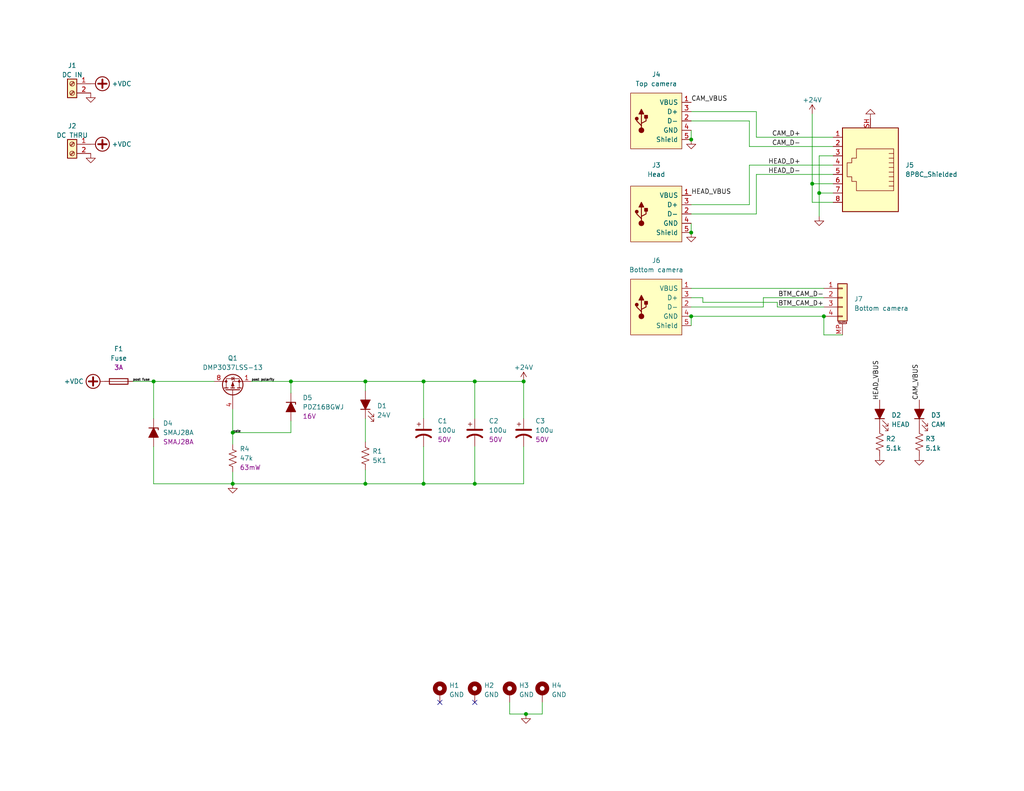
<source format=kicad_sch>
(kicad_sch (version 20211123) (generator eeschema)
  (paper "USLetter")
  (title_block (title "Jellyfish Tailboard") (date "2022-09-08") (rev "v1") (company "Winterbloom") (comment 1 "Alethea Flowers") (comment 2 "CERN-OHL-P V2") (comment 3 "jellyfish.wntr.dev"))
  (lib_symbols
    (symbol "Connector:8P8C_Shielded" (pin_names (offset 1.016))
      (property "Reference" "J" (at -5.08 13.97 0))
      (property "Value" "8P8C_Shielded" (at 2.54 13.97 0))
      (symbol "8P8C_Shielded_0_1"
        (polyline (pts (xy -5.08 4.445) (xy -6.35 4.445)))
        (polyline (pts (xy -5.08 5.715) (xy -6.35 5.715)))
        (polyline (pts (xy -6.35 -3.175) (xy -5.08 -3.175) (xy -5.08 -3.175)))
        (polyline (pts (xy -6.35 -1.905) (xy -5.08 -1.905) (xy -5.08 -1.905)))
        (polyline (pts (xy -6.35 -0.635) (xy -5.08 -0.635) (xy -5.08 -0.635)))
        (polyline (pts (xy -6.35 0.635) (xy -5.08 0.635) (xy -5.08 0.635)))
        (polyline (pts (xy -6.35 1.905) (xy -5.08 1.905) (xy -5.08 1.905)))
        (polyline (pts (xy -5.08 3.175) (xy -6.35 3.175) (xy -6.35 3.175)))
        (polyline (pts (xy -6.35 -4.445) (xy -6.35 6.985) (xy 3.81 6.985) (xy 3.81 4.445) (xy 5.08 4.445) (xy 5.08 3.175) (xy 6.35 3.175) (xy 6.35 -0.635) (xy 5.08 -0.635) (xy 5.08 -1.905) (xy 3.81 -1.905) (xy 3.81 -4.445) (xy -6.35 -4.445) (xy -6.35 -4.445)))
        (rectangle (start 7.62 12.7) (end -7.62 -10.16) (stroke (width 0.254)) (fill (type background)))
      )
      (symbol "8P8C_Shielded_1_1"
        (pin passive line (at 10.16 -7.62 180) (length 2.54) (name "~") (number "1"))
        (pin passive line (at 10.16 -5.08 180) (length 2.54) (name "~") (number "2"))
        (pin passive line (at 10.16 -2.54 180) (length 2.54) (name "~") (number "3"))
        (pin passive line (at 10.16 0 180) (length 2.54) (name "~") (number "4"))
        (pin passive line (at 10.16 2.54 180) (length 2.54) (name "~") (number "5"))
        (pin passive line (at 10.16 5.08 180) (length 2.54) (name "~") (number "6"))
        (pin passive line (at 10.16 7.62 180) (length 2.54) (name "~") (number "7"))
        (pin passive line (at 10.16 10.16 180) (length 2.54) (name "~") (number "8"))
        (pin passive line (at 0 -12.7 90) (length 2.54) (name "~") (number "SH"))
      )
    )
    (symbol "Connector:Screw_Terminal_01x02" (pin_names (offset 1.016) hide)
      (property "Reference" "J" (at 0 2.54 0))
      (property "Value" "Screw_Terminal_01x02" (at 0 -5.08 0))
      (symbol "Screw_Terminal_01x02_1_1"
        (rectangle (start -1.27 1.27) (end 1.27 -3.81) (stroke (width 0.254)) (fill (type background)))
        (circle (center 0 -2.54) (radius 0.635) (stroke (width 0.1524)))
        (polyline (pts (xy -0.5334 -2.2098) (xy 0.3302 -3.048)) (stroke (width 0.1524)))
        (polyline (pts (xy -0.5334 0.3302) (xy 0.3302 -0.508)) (stroke (width 0.1524)))
        (polyline (pts (xy -0.3556 -2.032) (xy 0.508 -2.8702)) (stroke (width 0.1524)))
        (polyline (pts (xy -0.3556 0.508) (xy 0.508 -0.3302)) (stroke (width 0.1524)))
        (circle (center 0 0) (radius 0.635) (stroke (width 0.1524)))
        (pin passive line (at -5.08 0 0) (length 3.81) (name "Pin_1") (number "1"))
        (pin passive line (at -5.08 -2.54 0) (length 3.81) (name "Pin_2") (number "2"))
      )
    )
    (symbol "Connector_Generic_MountingPin:Conn_01x04_MountingPin" (pin_names (offset 1.016) hide)
      (property "Reference" "J" (at 0 5.08 0))
      (property "Value" "Conn_01x04_MountingPin" (at 1.27 -7.62 0))
      (symbol "Conn_01x04_MountingPin_1_1"
        (rectangle (start -1.27 -4.953) (end 0 -5.207) (stroke (width 0.1524)))
        (rectangle (start -1.27 -2.413) (end 0 -2.667) (stroke (width 0.1524)))
        (rectangle (start -1.27 0.127) (end 0 -0.127) (stroke (width 0.1524)))
        (rectangle (start -1.27 2.667) (end 0 2.413) (stroke (width 0.1524)))
        (rectangle (start -1.27 3.81) (end 1.27 -6.35) (stroke (width 0.254)) (fill (type background)))
        (polyline (pts (xy -1.016 -7.112) (xy 1.016 -7.112)) (stroke (width 0.1524)))
        (text "Mounting" (at 0 -6.731 0) (effects (font (size 0.381 0.381))))
        (pin passive line (at -5.08 2.54 0) (length 3.81) (name "Pin_1") (number "1"))
        (pin passive line (at -5.08 0 0) (length 3.81) (name "Pin_2") (number "2"))
        (pin passive line (at -5.08 -2.54 0) (length 3.81) (name "Pin_3") (number "3"))
        (pin passive line (at -5.08 -5.08 0) (length 3.81) (name "Pin_4") (number "4"))
        (pin passive line (at 0 -10.16 90) (length 3.048) (name "MountPin") (number "MP"))
      )
    )
    (symbol "Device:C_Polarized_US" (pin_numbers hide) (pin_names (offset 0.254) hide)
      (property "Reference" "C" (at 0.635 2.54 0))
      (property "Value" "C_Polarized_US" (at 0.635 -2.54 0))
      (symbol "C_Polarized_US_0_1"
        (polyline (pts (xy -2.032 0.762) (xy 2.032 0.762)) (stroke (width 0.508)))
        (polyline (pts (xy -1.778 2.286) (xy -0.762 2.286)))
        (polyline (pts (xy -1.27 1.778) (xy -1.27 2.794)))
        (arc (start 2.032 -1.27) (mid 0 -0.5572) (end -2.032 -1.27) (stroke (width 0.508)))
      )
      (symbol "C_Polarized_US_1_1"
        (pin passive line (at 0 3.81 270) (length 2.794) (name "~") (number "1"))
        (pin passive line (at 0 -3.81 90) (length 3.302) (name "~") (number "2"))
      )
    )
    (symbol "Device:D_Zener_Filled" (pin_numbers hide) (pin_names (offset 1.016) hide)
      (property "Reference" "D" (at 0 2.54 0))
      (property "Value" "D_Zener_Filled" (at 0 -2.54 0))
      (symbol "D_Zener_Filled_0_1"
        (polyline (pts (xy 1.27 0) (xy -1.27 0)))
        (polyline (pts (xy -1.27 -1.27) (xy -1.27 1.27) (xy -0.762 1.27)) (stroke (width 0.254)))
        (polyline (pts (xy 1.27 -1.27) (xy 1.27 1.27) (xy -1.27 0) (xy 1.27 -1.27)) (stroke (width 0.254)) (fill (type outline)))
      )
      (symbol "D_Zener_Filled_1_1"
        (pin passive line (at -3.81 0 0) (length 2.54) (name "K") (number "1"))
        (pin passive line (at 3.81 0 180) (length 2.54) (name "A") (number "2"))
      )
    )
    (symbol "Device:Fuse" (pin_numbers hide) (pin_names (offset 0))
      (property "Reference" "F" (at 2.032 0 90))
      (property "Value" "Fuse" (at -1.905 0 90))
      (symbol "Fuse_0_1"
        (rectangle (start -0.762 -2.54) (end 0.762 2.54) (stroke (width 0.254)))
        (polyline (pts (xy 0 2.54) (xy 0 -2.54)))
      )
      (symbol "Fuse_1_1"
        (pin passive line (at 0 3.81 270) (length 1.27) (name "~") (number "1"))
        (pin passive line (at 0 -3.81 90) (length 1.27) (name "~") (number "2"))
      )
    )
    (symbol "Device:LED_Filled" (pin_numbers hide) (pin_names (offset 1.016) hide)
      (property "Reference" "D" (at 0 2.54 0))
      (property "Value" "LED_Filled" (at 0 -2.54 0))
      (symbol "LED_Filled_0_1"
        (polyline (pts (xy -1.27 -1.27) (xy -1.27 1.27)) (stroke (width 0.254)))
        (polyline (pts (xy -1.27 0) (xy 1.27 0)))
        (polyline (pts (xy 1.27 -1.27) (xy 1.27 1.27) (xy -1.27 0) (xy 1.27 -1.27)) (stroke (width 0.254)) (fill (type outline)))
        (polyline (pts (xy -3.048 -0.762) (xy -4.572 -2.286) (xy -3.81 -2.286) (xy -4.572 -2.286) (xy -4.572 -1.524)))
        (polyline (pts (xy -1.778 -0.762) (xy -3.302 -2.286) (xy -2.54 -2.286) (xy -3.302 -2.286) (xy -3.302 -1.524)))
      )
      (symbol "LED_Filled_1_1"
        (pin passive line (at -3.81 0 0) (length 2.54) (name "K") (number "1"))
        (pin passive line (at 3.81 0 180) (length 2.54) (name "A") (number "2"))
      )
    )
    (symbol "Device:R_US" (pin_numbers hide) (pin_names (offset 0))
      (property "Reference" "R" (at 2.54 0 90))
      (property "Value" "R_US" (at -2.54 0 90))
      (symbol "R_US_0_1"
        (polyline (pts (xy 0 -2.286) (xy 0 -2.54)))
        (polyline (pts (xy 0 2.286) (xy 0 2.54)))
        (polyline (pts (xy 0 -0.762) (xy 1.016 -1.143) (xy 0 -1.524) (xy -1.016 -1.905) (xy 0 -2.286)))
        (polyline (pts (xy 0 0.762) (xy 1.016 0.381) (xy 0 0) (xy -1.016 -0.381) (xy 0 -0.762)))
        (polyline (pts (xy 0 2.286) (xy 1.016 1.905) (xy 0 1.524) (xy -1.016 1.143) (xy 0 0.762)))
      )
      (symbol "R_US_1_1"
        (pin passive line (at 0 3.81 270) (length 1.27) (name "~") (number "1"))
        (pin passive line (at 0 -3.81 90) (length 1.27) (name "~") (number "2"))
      )
    )
    (symbol "Mechanical:MountingHole_Pad" (pin_numbers hide) (pin_names (offset 1.016) hide)
      (property "Reference" "H" (at 0 6.35 0))
      (property "Value" "MountingHole_Pad" (at 0 4.445 0))
      (symbol "MountingHole_Pad_0_1"
        (circle (center 0 1.27) (radius 1.27) (stroke (width 1.27)))
      )
      (symbol "MountingHole_Pad_1_1"
        (pin input line (at 0 -2.54 90) (length 2.54) (name "1") (number "1"))
      )
    )
    (symbol "Transistor_FET:IRF7404" (pin_names hide)
      (property "Reference" "Q" (at 5.08 1.905 0))
      (property "Value" "IRF7404" (at 5.08 0 0))
      (symbol "IRF7404_0_1"
        (polyline (pts (xy 0.254 0) (xy -2.54 0)))
        (polyline (pts (xy 0.254 1.905) (xy 0.254 -1.905)) (stroke (width 0.254)))
        (polyline (pts (xy 0.762 -1.27) (xy 0.762 -2.286)) (stroke (width 0.254)))
        (polyline (pts (xy 0.762 0.508) (xy 0.762 -0.508)) (stroke (width 0.254)))
        (polyline (pts (xy 0.762 2.286) (xy 0.762 1.27)) (stroke (width 0.254)))
        (polyline (pts (xy 2.54 2.54) (xy 2.54 1.778)))
        (polyline (pts (xy 2.54 -2.54) (xy 2.54 0) (xy 0.762 0)))
        (polyline (pts (xy 0.762 1.778) (xy 3.302 1.778) (xy 3.302 -1.778) (xy 0.762 -1.778)))
        (polyline (pts (xy 2.286 0) (xy 1.27 0.381) (xy 1.27 -0.381) (xy 2.286 0)) (fill (type outline)))
        (polyline (pts (xy 2.794 -0.508) (xy 2.921 -0.381) (xy 3.683 -0.381) (xy 3.81 -0.254)))
        (polyline (pts (xy 3.302 -0.381) (xy 2.921 0.254) (xy 3.683 0.254) (xy 3.302 -0.381)))
        (circle (center 1.651 0) (radius 2.794) (stroke (width 0.254)))
        (circle (center 2.54 -1.778) (radius 0.254) (fill (type outline)))
        (circle (center 2.54 1.778) (radius 0.254) (fill (type outline)))
      )
      (symbol "IRF7404_1_1"
        (pin passive line (at 2.54 -5.08 90) (length 2.54) (name "S") (number "1"))
        (pin passive line (at 2.54 -5.08 90) (length 2.54) hide (name "S") (number "2"))
        (pin passive line (at 2.54 -5.08 90) (length 2.54) hide (name "S") (number "3"))
        (pin passive line (at -5.08 0 0) (length 2.54) (name "G") (number "4"))
        (pin passive line (at 2.54 5.08 270) (length 2.54) hide (name "D") (number "5"))
        (pin passive line (at 2.54 5.08 270) (length 2.54) hide (name "D") (number "6"))
        (pin passive line (at 2.54 5.08 270) (length 2.54) hide (name "D") (number "7"))
        (pin passive line (at 2.54 5.08 270) (length 2.54) (name "D") (number "8"))
      )
    )
    (symbol "power:+24V" (power) (pin_names (offset 0))
      (property "Value" "+24V" (at 0 3.556 0))
      (symbol "+24V_0_1"
        (polyline (pts (xy -0.762 1.27) (xy 0 2.54)))
        (polyline (pts (xy 0 0) (xy 0 2.54)))
        (polyline (pts (xy 0 2.54) (xy 0.762 1.27)))
      )
      (symbol "+24V_1_1"
        (pin power_in line (at 0 0 90) (length 0) hide (name "+24V") (number "1"))
      )
    )
    (symbol "power:+VDC" (power) (pin_names (offset 0))
      (property "Value" "+VDC" (at 0 6.35 0))
      (symbol "+VDC_0_1"
        (polyline (pts (xy -1.143 3.175) (xy 1.143 3.175)) (stroke (width 0.508)))
        (polyline (pts (xy 0 0) (xy 0 1.27)))
        (polyline (pts (xy 0 2.032) (xy 0 4.318)) (stroke (width 0.508)))
        (circle (center 0 3.175) (radius 1.905) (stroke (width 0.254)))
      )
      (symbol "+VDC_1_1"
        (pin power_in line (at 0 0 90) (length 0) hide (name "+VDC") (number "1"))
      )
    )
    (symbol "power:GND" (power) (pin_names (offset 0))
      (property "Value" "GND" (at 0 -3.81 0))
      (symbol "GND_0_1"
        (polyline (pts (xy 0 0) (xy 0 -1.27) (xy 1.27 -1.27) (xy 0 -2.54) (xy -1.27 -1.27) (xy 0 -1.27)))
      )
      (symbol "GND_1_1"
        (pin power_in line (at 0 0 270) (length 0) hide (name "GND") (number "1"))
      )
    )
    (symbol "winterbloom:USB_B_Receptacle" (pin_names (offset 1.016))
      (property "Reference" "J" (at -7.62 8.89 0))
      (property "Value" "USB_B_Receptacle" (at -7.62 -8.89 0))
      (symbol "USB_B_Receptacle_0_0"
        (rectangle (start 6.35 -7.62) (end -7.62 7.62) (fill (type background)))
      )
      (symbol "USB_B_Receptacle_0_1"
        (circle (center -5.969 0.635) (radius 0.381) (stroke (width 0.254)) (fill (type outline)))
        (circle (center -4.699 -2.54) (radius 0.635) (stroke (width 0.254)) (fill (type outline)))
        (rectangle (start -3.81 1.524) (end -3.048 0.762) (stroke (width 0.254)) (fill (type outline)))
        (polyline (pts (xy -4.699 -0.635) (xy -4.699 1.905)) (stroke (width 0.254)))
        (polyline (pts (xy -5.334 1.905) (xy -4.064 1.905) (xy -4.699 3.175) (xy -5.334 1.905)) (stroke (width 0.254)) (fill (type outline)))
        (polyline (pts (xy -4.699 -1.905) (xy -4.699 -1.27) (xy -5.969 0) (xy -5.969 0.635)) (stroke (width 0.254)))
        (polyline (pts (xy -4.699 -1.27) (xy -4.699 -0.635) (xy -3.429 0) (xy -3.429 1.27)) (stroke (width 0.254)))
      )
      (symbol "USB_B_Receptacle_1_1"
        (pin power_out line (at 8.89 5.08 180) (length 2.54) (name "VBUS") (number "1"))
        (pin passive line (at 8.89 0 180) (length 2.54) (name "D-") (number "2"))
        (pin passive line (at 8.89 2.54 180) (length 2.54) (name "D+") (number "3"))
        (pin passive line (at 8.89 -2.54 180) (length 2.54) (name "GND") (number "4"))
        (pin passive line (at 8.89 -5.08 180) (length 2.54) (name "Shield") (number "5"))
      )
    )
  )
  (junction (at 41.91 104.14))
  (junction (at 63.5 118.11))
  (junction (at 221.615 50.165))
  (junction (at 223.52 52.705))
  (junction (at 143.51 194.945))
  (junction (at 63.5 132.08))
  (junction (at 129.54 104.14))
  (junction (at 115.57 104.14))
  (junction (at 142.875 104.14))
  (junction (at 99.695 104.14))
  (junction (at 115.57 132.08))
  (junction (at 129.54 132.08))
  (junction (at 188.595 86.36))
  (junction (at 99.695 132.08))
  (junction (at 224.79 86.36))
  (junction (at 188.595 63.5))
  (junction (at 188.595 38.1))
  (junction (at 79.375 104.14))
  (no_connect (at 120.015 191.77))
  (no_connect (at 129.54 191.77))
  (wire (pts (xy 212.09 82.55) (xy 191.77 82.55)))
  (wire (pts (xy 224.79 81.28) (xy 208.28 81.28)))
  (wire (pts (xy 142.875 104.14) (xy 142.875 114.3)))
  (wire (pts (xy 41.91 132.08) (xy 63.5 132.08)))
  (wire (pts (xy 63.5 132.08) (xy 99.695 132.08)))
  (wire (pts (xy 79.375 104.14) (xy 79.375 107.315)))
  (wire (pts (xy 206.375 47.625) (xy 227.33 47.625)))
  (wire (pts (xy 206.375 37.465) (xy 206.375 30.48)))
  (wire (pts (xy 115.57 104.14) (xy 115.57 114.3)))
  (wire (pts (xy 68.58 104.14) (xy 79.375 104.14)))
  (wire (pts (xy 79.375 114.935) (xy 79.375 118.11)))
  (wire (pts (xy 221.615 55.245) (xy 227.33 55.245)))
  (wire (pts (xy 206.375 37.465) (xy 227.33 37.465)))
  (wire (pts (xy 208.28 81.28) (xy 208.28 83.82)))
  (wire (pts (xy 63.5 118.11) (xy 79.375 118.11)))
  (wire (pts (xy 191.77 81.28) (xy 188.595 81.28)))
  (wire (pts (xy 227.33 42.545) (xy 223.52 42.545)))
  (wire (pts (xy 206.375 58.42) (xy 206.375 47.625)))
  (wire (pts (xy 115.57 121.92) (xy 115.57 132.08)))
  (wire (pts (xy 115.57 104.14) (xy 129.54 104.14)))
  (wire (pts (xy 191.77 82.55) (xy 191.77 81.28)))
  (wire (pts (xy 142.875 132.08) (xy 129.54 132.08)))
  (wire (pts (xy 63.5 128.905) (xy 63.5 132.08)))
  (wire (pts (xy 204.47 40.005) (xy 227.33 40.005)))
  (wire (pts (xy 63.5 111.76) (xy 63.5 118.11)))
  (wire (pts (xy 227.33 50.165) (xy 221.615 50.165)))
  (wire (pts (xy 129.54 104.14) (xy 142.875 104.14)))
  (wire (pts (xy 206.375 30.48) (xy 188.595 30.48)))
  (wire (pts (xy 204.47 33.02) (xy 204.47 40.005)))
  (wire (pts (xy 188.595 86.36) (xy 188.595 88.9)))
  (wire (pts (xy 223.52 52.705) (xy 223.52 59.055)))
  (wire (pts (xy 188.595 33.02) (xy 204.47 33.02)))
  (wire (pts (xy 142.875 121.92) (xy 142.875 132.08)))
  (wire (pts (xy 204.47 55.88) (xy 188.595 55.88)))
  (wire (pts (xy 99.695 104.14) (xy 115.57 104.14)))
  (wire (pts (xy 224.79 91.44) (xy 224.79 86.36)))
  (wire (pts (xy 223.52 42.545) (xy 223.52 52.705)))
  (wire (pts (xy 221.615 31.115) (xy 221.615 50.165)))
  (wire (pts (xy 188.595 60.96) (xy 188.595 63.5)))
  (wire (pts (xy 79.375 104.14) (xy 99.695 104.14)))
  (wire (pts (xy 147.955 194.945) (xy 147.955 191.77)))
  (wire (pts (xy 223.52 52.705) (xy 227.33 52.705)))
  (wire (pts (xy 188.595 86.36) (xy 224.79 86.36)))
  (wire (pts (xy 99.695 132.08) (xy 115.57 132.08)))
  (wire (pts (xy 221.615 50.165) (xy 221.615 55.245)))
  (wire (pts (xy 188.595 35.56) (xy 188.595 38.1)))
  (wire (pts (xy 139.065 191.77) (xy 139.065 194.945)))
  (wire (pts (xy 188.595 58.42) (xy 206.375 58.42)))
  (wire (pts (xy 143.51 194.945) (xy 147.955 194.945)))
  (wire (pts (xy 63.5 118.11) (xy 63.5 121.285)))
  (wire (pts (xy 99.695 120.65) (xy 99.695 114.3)))
  (wire (pts (xy 212.09 83.82) (xy 212.09 82.55)))
  (wire (pts (xy 36.195 104.14) (xy 41.91 104.14)))
  (wire (pts (xy 139.065 194.945) (xy 143.51 194.945)))
  (wire (pts (xy 129.54 121.92) (xy 129.54 132.08)))
  (wire (pts (xy 204.47 45.085) (xy 204.47 55.88)))
  (wire (pts (xy 41.91 121.92) (xy 41.91 132.08)))
  (wire (pts (xy 224.79 83.82) (xy 212.09 83.82)))
  (wire (pts (xy 188.595 83.82) (xy 208.28 83.82)))
  (wire (pts (xy 41.91 104.14) (xy 41.91 114.3)))
  (wire (pts (xy 41.91 104.14) (xy 58.42 104.14)))
  (wire (pts (xy 129.54 132.08) (xy 115.57 132.08)))
  (wire (pts (xy 229.87 91.44) (xy 224.79 91.44)))
  (wire (pts (xy 129.54 104.14) (xy 129.54 114.3)))
  (wire (pts (xy 204.47 45.085) (xy 227.33 45.085)))
  (wire (pts (xy 99.695 104.14) (xy 99.695 106.68)))
  (wire (pts (xy 99.695 128.27) (xy 99.695 132.08)))
  (wire (pts (xy 188.595 78.74) (xy 224.79 78.74)))
  (label "gate" (at 63.5 118.2135 0) (effects (font (size 0.64 0.64))))
  (label "CAM_VBUS" (at 250.825 109.22 90))
  (label "BTM_CAM_D+" (at 224.79 83.82 180))
  (label "post fuse" (at 36.195 104.14 0) (effects (font (size 0.64 0.64))))
  (label "HEAD_D-" (at 218.44 47.625 180))
  (label "CAM_D-" (at 218.44 40.005 180))
  (label "HEAD_VBUS" (at 240.03 109.22 90))
  (label "CAM_D+" (at 218.44 37.465 180))
  (label "BTM_CAM_D-" (at 224.79 81.28 180))
  (label "post polarity" (at 68.58 104.14 0) (effects (font (size 0.64 0.64))))
  (label "HEAD_VBUS" (at 188.595 53.34 0))
  (label "CAM_VBUS" (at 188.595 27.94 0))
  (label "HEAD_D+" (at 218.44 45.085 180))
  (symbol (lib_id "power:+VDC") (at 28.575 104.14 90) (unit 1)
    (property "Reference" "#PWR05" (effects hide))
    (property "Value" "+VDC" (at 22.86 104.14 90) (effects (justify left)))
  )
  (symbol (lib_id "Device:C_Polarized_US") (at 142.875 118.11 0) (unit 1)
    (property "Reference" "C3" (at 146.05 114.9349 0) (effects (justify left)))
    (property "Value" "100u" (at 146.05 117.4749 0) (effects (justify left)))
    (property "Footprint" "Capacitor_SMD:CP_Elec_6.3x9.9" (effects hide))
    (property "Rating" "50V" (at 146.05 120.0149 0) (effects (justify left)))
  )
  (symbol (lib_id "Mechanical:MountingHole_Pad") (at 147.955 189.23 0) (unit 1)
    (property "Reference" "H4" (at 150.495 187.1253 0) (effects (justify left)))
    (property "Value" "GND" (at 150.495 189.6622 0) (effects (justify left)))
    (property "Footprint" "MountingHole:MountingHole_3mm_Pad" (effects hide))
  )
  (symbol (lib_id "Device:C_Polarized_US") (at 115.57 118.11 0) (unit 1)
    (property "Reference" "C1" (at 119.38 114.9349 0) (effects (justify left)))
    (property "Value" "100u" (at 119.38 117.4749 0) (effects (justify left)))
    (property "Footprint" "Capacitor_SMD:CP_Elec_6.3x9.9" (effects hide))
    (property "Rating" "50V" (at 119.38 120.0149 0) (effects (justify left)))
  )
  (symbol (lib_id "Mechanical:MountingHole_Pad") (at 139.065 189.23 0) (unit 1)
    (property "Reference" "H3" (at 141.605 187.1253 0) (effects (justify left)))
    (property "Value" "GND" (at 141.605 189.6622 0) (effects (justify left)))
    (property "Footprint" "MountingHole:MountingHole_3mm_Pad" (effects hide))
  )
  (symbol (lib_id "Device:LED_Filled") (at 250.825 113.03 90) (unit 1)
    (property "Reference" "D3" (at 254 113.3474 90) (effects (justify right)))
    (property "Value" "CAM" (at 254 115.8874 90) (effects (justify right)))
    (property "Footprint" "winterbloom:LED_0805_Kingbright_APT2012" (effects hide))
    (property "mpn" "APT2012EC" (effects hide))
  )
  (symbol (lib_id "Device:R_US") (at 99.695 124.46 0) (unit 1)
    (property "Reference" "R1" (at 101.6 123.1899 0) (effects (justify left)))
    (property "Value" "5K1" (at 101.6 125.7299 0) (effects (justify left)))
    (property "Footprint" "winterbloom:R_0402_HandSolder" (effects hide))
    (property "mpn" "AC0603FR-075K1L" (effects hide))
  )
  (symbol (lib_id "winterbloom:USB_B_Receptacle") (at 179.705 83.82 0) (unit 1)
    (property "Reference" "J6" (at 179.07 71.12 0))
    (property "Value" "Bottom camera" (at 179.07 73.66 0))
    (property "Footprint" "winterbloom:USB_B_Receptacle_Horizontal" (effects hide))
    (property "Datasheet" "https://www.te.com/commerce/DocumentDelivery/DDEController?Action=srchrtrv&DocNm=5787834&DocType=Customer+Drawing&DocLang=English&PartCntxt=5787834-1&DocFormat=pdf" (effects hide))
    (property "mpn" "5787834-1" (effects hide))
  )
  (symbol (lib_id "Connector_Generic_MountingPin:Conn_01x04_MountingPin") (at 229.87 81.28 0) (unit 1)
    (property "Reference" "J7" (at 233.045 81.6355 0) (effects (justify left)))
    (property "Value" "Bottom camera" (at 233.045 84.1755 0) (effects (justify left)))
    (property "Footprint" "Connector_JST:JST_SH_SM04B-SRSS-TB_1x04-1MP_P1.00mm_Horizontal" (effects hide))
  )
  (symbol (lib_id "Device:D_Zener_Filled") (at 41.91 118.11 270) (unit 1)
    (property "Reference" "D4" (at 44.45 115.5699 90) (effects (justify left)))
    (property "Value" "SMAJ28A" (at 44.45 118.1099 90) (effects (justify left)))
    (property "Footprint" "winterbloom:D_SMA" (effects hide))
    (property "Rating" "30V" (effects hide))
    (property "mpn" "SMAJ28A" (at 44.45 120.6499 90) (effects (justify left)))
  )
  (symbol (lib_id "power:GND") (at 240.03 124.46 0) (unit 1)
    (property "Reference" "#PWR010" (effects hide))
    (property "Value" "GND" (effects hide))
  )
  (symbol (lib_id "Mechanical:MountingHole_Pad") (at 129.54 189.23 0) (unit 1)
    (property "Reference" "H2" (at 132.08 187.1253 0) (effects (justify left)))
    (property "Value" "GND" (at 132.08 189.6622 0) (effects (justify left)))
    (property "Footprint" "MountingHole:MountingHole_3mm_Pad" (effects hide))
  )
  (symbol (lib_id "power:GND") (at 63.5 132.08 0) (unit 1)
    (property "Reference" "#PWR0101" (effects hide))
    (property "Value" "GND" (effects hide))
  )
  (symbol (lib_id "power:+24V") (at 221.615 31.115 0) (unit 1)
    (property "Reference" "#PWR015" (effects hide))
    (property "Value" "+24V" (at 221.615 27.305 0))
  )
  (symbol (lib_id "Device:LED_Filled") (at 99.695 110.49 90) (unit 1)
    (property "Reference" "D1" (at 102.87 110.8074 90) (effects (justify right)))
    (property "Value" "24V" (at 102.87 113.3474 90) (effects (justify right)))
    (property "Footprint" "winterbloom:LED_0805_Kingbright_APT2012" (effects hide))
    (property "mpn" "APT2012EC" (effects hide))
  )
  (symbol (lib_id "power:+VDC") (at 24.765 22.86 270) (unit 1)
    (property "Reference" "#PWR01" (effects hide))
    (property "Value" "+VDC" (at 30.48 22.86 90) (effects (justify left)))
  )
  (symbol (lib_id "Connector:Screw_Terminal_01x02") (at 19.685 22.86 0) (mirror y) (unit 1)
    (property "Reference" "J1" (at 19.685 17.8902 0))
    (property "Value" "DC IN" (at 19.685 20.4271 0))
    (property "Footprint" "winterbloom:TerminalBlock_CUI_TB002-500_1x02_P5.00mm_Vertical" (effects hide))
    (property "Datasheet" "https://www.cuidevices.com/product/resource/tb002-500.pdf" (effects hide))
    (property "mpn" "TB002-500-02BE" (effects hide))
  )
  (symbol (lib_id "Device:R_US") (at 240.03 120.65 0) (unit 1)
    (property "Reference" "R2" (at 241.681 119.8153 0) (effects (justify left)))
    (property "Value" "5.1k" (at 241.681 122.3522 0) (effects (justify left)))
    (property "Footprint" "winterbloom:R_0402_HandSolder" (effects hide))
    (property "mpn" "AC0603FR-075K1L" (effects hide))
  )
  (symbol (lib_id "Mechanical:MountingHole_Pad") (at 120.015 189.23 0) (unit 1)
    (property "Reference" "H1" (at 122.555 187.1253 0) (effects (justify left)))
    (property "Value" "GND" (at 122.555 189.6622 0) (effects (justify left)))
    (property "Footprint" "MountingHole:MountingHole_3mm_Pad" (effects hide))
  )
  (symbol (lib_id "winterbloom:USB_B_Receptacle") (at 179.705 58.42 0) (unit 1)
    (property "Reference" "J3" (at 179.07 45.085 0))
    (property "Value" "Head" (at 179.07 47.625 0))
    (property "Footprint" "winterbloom:USB_B_Receptacle_Horizontal" (effects hide))
    (property "Datasheet" "https://www.te.com/commerce/DocumentDelivery/DDEController?Action=srchrtrv&DocNm=5787834&DocType=Customer+Drawing&DocLang=English&PartCntxt=5787834-1&DocFormat=pdf" (effects hide))
    (property "mpn" "5787834-1" (effects hide))
  )
  (symbol (lib_id "power:GND") (at 24.765 41.91 0) (unit 1)
    (property "Reference" "#PWR04" (effects hide))
    (property "Value" "GND" (effects hide))
  )
  (symbol (lib_id "Device:D_Zener_Filled") (at 79.375 111.125 270) (unit 1)
    (property "Reference" "D5" (at 82.55 108.5849 90) (effects (justify left)))
    (property "Value" "PDZ16BGWJ" (at 82.55 111.1249 90) (effects (justify left)))
    (property "Footprint" "winterbloom:D_SOD-123" (effects hide))
    (property "Datasheet" "https://assets.nexperia.com/documents/data-sheet/PDZ-GW_SER.pdf" (effects hide))
    (property "Rating" "16V" (at 82.55 113.6649 90) (effects (justify left)))
    (property "mpn" "PDZ16BGWJ" (effects hide))
  )
  (symbol (lib_id "power:GND") (at 24.765 25.4 0) (unit 1)
    (property "Reference" "#PWR02" (effects hide))
    (property "Value" "GND" (effects hide))
  )
  (symbol (lib_id "power:+24V") (at 142.875 104.14 0) (unit 1)
    (property "Reference" "#PWR07" (effects hide))
    (property "Value" "+24V" (at 142.875 100.33 0))
  )
  (symbol (lib_id "winterbloom:USB_B_Receptacle") (at 179.705 33.02 0) (unit 1)
    (property "Reference" "J4" (at 179.07 20.32 0))
    (property "Value" "Top camera" (at 179.07 22.86 0))
    (property "Footprint" "winterbloom:USB_B_Receptacle_Horizontal" (effects hide))
    (property "Datasheet" "https://www.te.com/commerce/DocumentDelivery/DDEController?Action=srchrtrv&DocNm=5787834&DocType=Customer+Drawing&DocLang=English&PartCntxt=5787834-1&DocFormat=pdf" (effects hide))
    (property "mpn" "5787834-1" (effects hide))
  )
  (symbol (lib_id "Connector:8P8C_Shielded") (at 237.49 45.085 180) (unit 1)
    (property "Reference" "J5" (at 247.015 45.0849 0) (effects (justify right)))
    (property "Value" "8P8C_Shielded" (at 247.015 47.6249 0) (effects (justify right)))
    (property "Footprint" "winterbloom:Connector_RJ45_SS-7188S-A-PG4-BA-50" (effects hide))
  )
  (symbol (lib_id "Device:R_US") (at 63.5 125.095 0) (unit 1)
    (property "Reference" "R4" (at 65.405 122.5549 0) (effects (justify left)))
    (property "Value" "47k" (at 65.405 125.0949 0) (effects (justify left)))
    (property "Footprint" "winterbloom:R_0402_HandSolder" (effects hide))
    (property "Rating" "63mW" (at 65.405 127.6349 0) (effects (justify left)))
    (property "mpn" "RC0402FR-0747KL" (effects hide))
  )
  (symbol (lib_id "power:GND") (at 250.825 124.46 0) (unit 1)
    (property "Reference" "#PWR011" (effects hide))
    (property "Value" "GND" (effects hide))
  )
  (symbol (lib_id "Connector:Screw_Terminal_01x02") (at 19.685 39.37 0) (mirror y) (unit 1)
    (property "Reference" "J2" (at 19.685 34.4002 0))
    (property "Value" "DC THRU" (at 19.685 36.9371 0))
    (property "Footprint" "winterbloom:TerminalBlock_CUI_TB002-500_1x02_P5.00mm_Vertical" (effects hide))
    (property "Datasheet" "https://www.cuidevices.com/product/resource/tb002-500.pdf" (effects hide))
    (property "mpn" "TB002-500-02BE" (effects hide))
  )
  (symbol (lib_id "Device:Fuse") (at 32.385 104.14 90) (unit 1)
    (property "Reference" "F1" (at 32.385 95.25 90))
    (property "Value" "Fuse" (at 32.385 97.79 90))
    (property "Footprint" "Fuse:Fuseholder_Blade_Mini_Keystone_3568" (effects hide))
    (property "Rating" "3A" (at 32.385 100.33 90))
  )
  (symbol (lib_id "power:GND") (at 188.595 63.5 0) (unit 1)
    (property "Reference" "#PWR013" (effects hide))
    (property "Value" "GND" (effects hide))
  )
  (symbol (lib_id "power:GND") (at 237.49 32.385 180) (unit 1)
    (property "Reference" "#PWR017" (effects hide))
    (property "Value" "GND" (effects hide))
  )
  (symbol (lib_id "Device:R_US") (at 250.825 120.65 0) (unit 1)
    (property "Reference" "R3" (at 252.476 119.8153 0) (effects (justify left)))
    (property "Value" "5.1k" (at 252.476 122.3522 0) (effects (justify left)))
    (property "Footprint" "winterbloom:R_0402_HandSolder" (effects hide))
    (property "mpn" "AC0603FR-075K1L" (effects hide))
  )
  (symbol (lib_id "power:GND") (at 143.51 194.945 0) (unit 1)
    (property "Reference" "#PWR012" (effects hide))
    (property "Value" "GND" (effects hide))
  )
  (symbol (lib_id "Device:LED_Filled") (at 240.03 113.03 90) (unit 1)
    (property "Reference" "D2" (at 243.205 113.3474 90) (effects (justify right)))
    (property "Value" "HEAD" (at 243.205 115.8874 90) (effects (justify right)))
    (property "Footprint" "winterbloom:LED_0805_Kingbright_APT2012" (effects hide))
    (property "mpn" "APT2012EC" (effects hide))
  )
  (symbol (lib_id "power:GND") (at 223.52 59.055 0) (unit 1)
    (property "Reference" "#PWR016" (effects hide))
    (property "Value" "GND" (effects hide))
  )
  (symbol (lib_id "Device:C_Polarized_US") (at 129.54 118.11 0) (unit 1)
    (property "Reference" "C2" (at 133.35 114.9349 0) (effects (justify left)))
    (property "Value" "100u" (at 133.35 117.4749 0) (effects (justify left)))
    (property "Footprint" "Capacitor_SMD:CP_Elec_6.3x9.9" (effects hide))
    (property "Rating" "50V" (at 133.35 120.0149 0) (effects (justify left)))
  )
  (symbol (lib_id "power:+VDC") (at 24.765 39.37 270) (unit 1)
    (property "Reference" "#PWR03" (effects hide))
    (property "Value" "+VDC" (at 30.48 39.37 90) (effects (justify left)))
  )
  (symbol (lib_id "power:GND") (at 188.595 38.1 0) (unit 1)
    (property "Reference" "#PWR014" (effects hide))
    (property "Value" "GND" (effects hide))
  )
  (symbol (lib_id "Transistor_FET:IRF7404") (at 63.5 106.68 90) (unit 1)
    (property "Reference" "Q1" (at 63.5 97.79 90))
    (property "Value" "DMP3037LSS-13" (at 63.5 100.33 90))
    (property "Footprint" "Package_SO:SOIC-8_3.9x4.9mm_P1.27mm" (effects hide))
    (property "Datasheet" "http://www.infineon.com/dgdl/irf7404.pdf?fileId=5546d462533600a4015355fa2b5b1b9e" (effects hide))
  )
)
</source>
